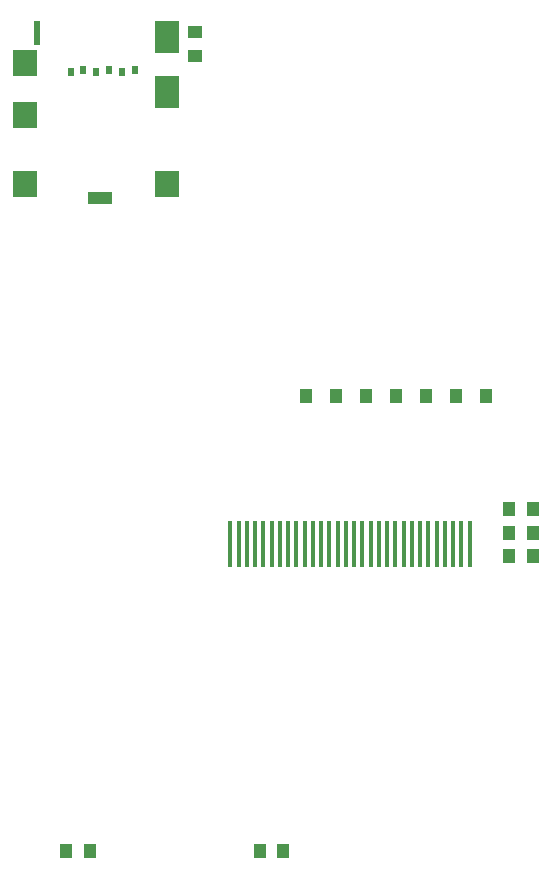
<source format=gbr>
G04 #@! TF.FileFunction,Paste,Bot*
%FSLAX46Y46*%
G04 Gerber Fmt 4.6, Leading zero omitted, Abs format (unit mm)*
G04 Created by KiCad (PCBNEW 4.0.5+dfsg1-4) date Wed Oct 24 16:08:21 2018*
%MOMM*%
%LPD*%
G01*
G04 APERTURE LIST*
%ADD10C,0.100000*%
%ADD11R,0.400000X4.000000*%
%ADD12R,2.000000X2.700000*%
%ADD13R,2.000000X2.300000*%
%ADD14R,0.600000X0.800000*%
%ADD15R,0.600000X2.000000*%
%ADD16R,2.000000X1.000000*%
%ADD17R,1.250000X1.000000*%
%ADD18R,1.000000X1.250000*%
%ADD19R,1.000000X1.200000*%
G04 APERTURE END LIST*
D10*
D11*
X163161980Y-98844100D03*
X163860480Y-98844100D03*
X164558980Y-98844100D03*
X165257480Y-98844100D03*
X165955980Y-98844100D03*
X166654480Y-98844100D03*
X167352980Y-98844100D03*
X168051480Y-98844100D03*
X168749980Y-98844100D03*
X169448480Y-98844100D03*
X170146980Y-98844100D03*
X170845480Y-98844100D03*
X171543980Y-98844100D03*
X172242480Y-98844100D03*
X172940980Y-98844100D03*
X173639480Y-98844100D03*
X174337980Y-98844100D03*
X175036480Y-98844100D03*
X175734980Y-98844100D03*
X176433480Y-98844100D03*
X177131980Y-98844100D03*
X177830480Y-98844100D03*
X178528980Y-98844100D03*
X179227480Y-98844100D03*
X179925980Y-98844100D03*
X180624480Y-98844100D03*
X181322980Y-98844100D03*
X182021480Y-98844100D03*
X182719980Y-98844100D03*
X183418480Y-98844100D03*
D12*
X157765000Y-55930800D03*
D13*
X157765000Y-68400800D03*
D12*
X157765000Y-60630800D03*
D13*
X145765000Y-68400800D03*
X145765000Y-62550800D03*
X145765000Y-58150800D03*
D14*
X155095000Y-58750800D03*
X152895000Y-58750800D03*
X149655000Y-58950800D03*
X153995000Y-58950800D03*
X151795000Y-58950800D03*
X150710000Y-58750800D03*
D15*
X146805000Y-55630800D03*
D16*
X152095000Y-69550800D03*
D17*
X160121600Y-55540400D03*
X160121600Y-57540400D03*
D18*
X167624000Y-124841000D03*
X165624000Y-124841000D03*
X151241000Y-124841000D03*
X149241000Y-124841000D03*
X188766200Y-99893120D03*
X186766200Y-99893120D03*
X188766200Y-97911920D03*
X186766200Y-97911920D03*
X188773820Y-95912940D03*
X186773820Y-95912940D03*
D19*
X169590720Y-86370160D03*
X172130720Y-86370160D03*
X174670720Y-86370160D03*
X177210720Y-86370160D03*
X179750720Y-86370160D03*
X182290720Y-86370160D03*
X184830720Y-86370160D03*
M02*

</source>
